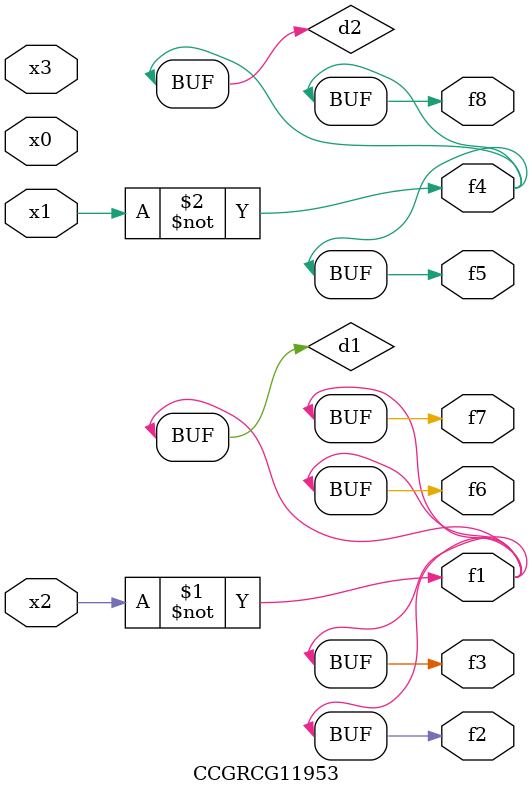
<source format=v>
module CCGRCG11953(
	input x0, x1, x2, x3,
	output f1, f2, f3, f4, f5, f6, f7, f8
);

	wire d1, d2;

	xnor (d1, x2);
	not (d2, x1);
	assign f1 = d1;
	assign f2 = d1;
	assign f3 = d1;
	assign f4 = d2;
	assign f5 = d2;
	assign f6 = d1;
	assign f7 = d1;
	assign f8 = d2;
endmodule

</source>
